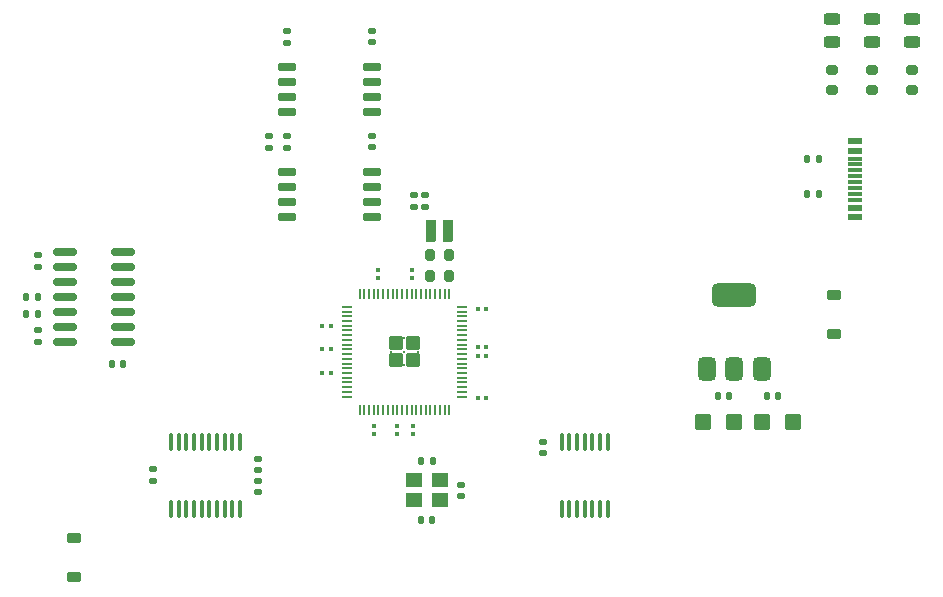
<source format=gbr>
%TF.GenerationSoftware,KiCad,Pcbnew,8.0.5*%
%TF.CreationDate,2024-10-26T01:08:05+02:00*%
%TF.ProjectId,Pico2-MSX,5069636f-322d-44d5-9358-2e6b69636164,0.3*%
%TF.SameCoordinates,Original*%
%TF.FileFunction,Paste,Top*%
%TF.FilePolarity,Positive*%
%FSLAX46Y46*%
G04 Gerber Fmt 4.6, Leading zero omitted, Abs format (unit mm)*
G04 Created by KiCad (PCBNEW 8.0.5) date 2024-10-26 01:08:05*
%MOMM*%
%LPD*%
G01*
G04 APERTURE LIST*
G04 Aperture macros list*
%AMRoundRect*
0 Rectangle with rounded corners*
0 $1 Rounding radius*
0 $2 $3 $4 $5 $6 $7 $8 $9 X,Y pos of 4 corners*
0 Add a 4 corners polygon primitive as box body*
4,1,4,$2,$3,$4,$5,$6,$7,$8,$9,$2,$3,0*
0 Add four circle primitives for the rounded corners*
1,1,$1+$1,$2,$3*
1,1,$1+$1,$4,$5*
1,1,$1+$1,$6,$7*
1,1,$1+$1,$8,$9*
0 Add four rect primitives between the rounded corners*
20,1,$1+$1,$2,$3,$4,$5,0*
20,1,$1+$1,$4,$5,$6,$7,0*
20,1,$1+$1,$6,$7,$8,$9,0*
20,1,$1+$1,$8,$9,$2,$3,0*%
G04 Aperture macros list end*
%ADD10RoundRect,0.079500X-0.100500X0.079500X-0.100500X-0.079500X0.100500X-0.079500X0.100500X0.079500X0*%
%ADD11R,1.240000X0.600000*%
%ADD12R,1.240000X0.300000*%
%ADD13RoundRect,0.135000X0.135000X0.185000X-0.135000X0.185000X-0.135000X-0.185000X0.135000X-0.185000X0*%
%ADD14RoundRect,0.150000X-0.650000X-0.150000X0.650000X-0.150000X0.650000X0.150000X-0.650000X0.150000X0*%
%ADD15RoundRect,0.100000X-0.100000X0.637500X-0.100000X-0.637500X0.100000X-0.637500X0.100000X0.637500X0*%
%ADD16RoundRect,0.079500X0.079500X0.100500X-0.079500X0.100500X-0.079500X-0.100500X0.079500X-0.100500X0*%
%ADD17R,1.400000X1.200000*%
%ADD18RoundRect,0.140000X-0.140000X-0.170000X0.140000X-0.170000X0.140000X0.170000X-0.140000X0.170000X0*%
%ADD19RoundRect,0.135000X-0.185000X0.135000X-0.185000X-0.135000X0.185000X-0.135000X0.185000X0.135000X0*%
%ADD20RoundRect,0.243750X0.456250X-0.243750X0.456250X0.243750X-0.456250X0.243750X-0.456250X-0.243750X0*%
%ADD21RoundRect,0.200000X-0.275000X0.200000X-0.275000X-0.200000X0.275000X-0.200000X0.275000X0.200000X0*%
%ADD22RoundRect,0.250000X-0.350000X-0.350000X0.350000X-0.350000X0.350000X0.350000X-0.350000X0.350000X0*%
%ADD23RoundRect,0.055000X0.335000X-0.055000X0.335000X0.055000X-0.335000X0.055000X-0.335000X-0.055000X0*%
%ADD24RoundRect,0.055000X-0.055000X-0.335000X0.055000X-0.335000X0.055000X0.335000X-0.055000X0.335000X0*%
%ADD25R,0.133333X0.133333*%
%ADD26RoundRect,0.079500X-0.079500X-0.100500X0.079500X-0.100500X0.079500X0.100500X-0.079500X0.100500X0*%
%ADD27RoundRect,0.250000X-0.450000X-0.425000X0.450000X-0.425000X0.450000X0.425000X-0.450000X0.425000X0*%
%ADD28RoundRect,0.140000X0.170000X-0.140000X0.170000X0.140000X-0.170000X0.140000X-0.170000X-0.140000X0*%
%ADD29RoundRect,0.135000X0.185000X-0.135000X0.185000X0.135000X-0.185000X0.135000X-0.185000X-0.135000X0*%
%ADD30RoundRect,0.200000X-0.200000X-0.275000X0.200000X-0.275000X0.200000X0.275000X-0.200000X0.275000X0*%
%ADD31RoundRect,0.140000X0.140000X0.170000X-0.140000X0.170000X-0.140000X-0.170000X0.140000X-0.170000X0*%
%ADD32RoundRect,0.225000X0.375000X-0.225000X0.375000X0.225000X-0.375000X0.225000X-0.375000X-0.225000X0*%
%ADD33RoundRect,0.150000X0.825000X0.150000X-0.825000X0.150000X-0.825000X-0.150000X0.825000X-0.150000X0*%
%ADD34RoundRect,0.135000X-0.135000X-0.185000X0.135000X-0.185000X0.135000X0.185000X-0.135000X0.185000X0*%
%ADD35RoundRect,0.079500X0.100500X-0.079500X0.100500X0.079500X-0.100500X0.079500X-0.100500X-0.079500X0*%
%ADD36RoundRect,0.100000X0.100000X-0.637500X0.100000X0.637500X-0.100000X0.637500X-0.100000X-0.637500X0*%
%ADD37RoundRect,0.140000X-0.170000X0.140000X-0.170000X-0.140000X0.170000X-0.140000X0.170000X0.140000X0*%
%ADD38RoundRect,0.225000X-0.225000X-0.725000X0.225000X-0.725000X0.225000X0.725000X-0.225000X0.725000X0*%
%ADD39RoundRect,0.225000X-0.375000X0.225000X-0.375000X-0.225000X0.375000X-0.225000X0.375000X0.225000X0*%
%ADD40RoundRect,0.375000X0.375000X-0.625000X0.375000X0.625000X-0.375000X0.625000X-0.375000X-0.625000X0*%
%ADD41RoundRect,0.500000X1.400000X-0.500000X1.400000X0.500000X-1.400000X0.500000X-1.400000X-0.500000X0*%
%ADD42RoundRect,0.250000X0.450000X0.425000X-0.450000X0.425000X-0.450000X-0.425000X0.450000X-0.425000X0*%
G04 APERTURE END LIST*
D10*
%TO.C,C14*%
X157802500Y-97174000D03*
X157802500Y-97864000D03*
%TD*%
%TO.C,C10*%
X154512500Y-97174000D03*
X154512500Y-97864000D03*
%TD*%
D11*
%TO.C,J2*%
X195297500Y-79514000D03*
X195297500Y-78714000D03*
D12*
X195297500Y-77564000D03*
X195297500Y-76564000D03*
X195297500Y-76064000D03*
X195297500Y-75064000D03*
D11*
X195297500Y-73914000D03*
X195297500Y-73114000D03*
X195297500Y-73114000D03*
X195297500Y-73914000D03*
D12*
X195297500Y-74564000D03*
X195297500Y-75564000D03*
X195297500Y-77064000D03*
X195297500Y-78064000D03*
D11*
X195297500Y-78714000D03*
X195297500Y-79514000D03*
%TD*%
D13*
%TO.C,R12*%
X192230000Y-77564000D03*
X191210000Y-77564000D03*
%TD*%
D14*
%TO.C,U4*%
X147162500Y-75679000D03*
X147162500Y-76949000D03*
X147162500Y-78219000D03*
X147162500Y-79489000D03*
X154362500Y-79489000D03*
X154362500Y-78219000D03*
X154362500Y-76949000D03*
X154362500Y-75679000D03*
%TD*%
D15*
%TO.C,U2*%
X143202500Y-98529000D03*
X142552500Y-98529000D03*
X141902500Y-98529000D03*
X141252500Y-98529000D03*
X140602500Y-98529000D03*
X139952500Y-98529000D03*
X139302500Y-98529000D03*
X138652500Y-98529000D03*
X138002500Y-98529000D03*
X137352500Y-98529000D03*
X137352500Y-104254000D03*
X138002500Y-104254000D03*
X138652500Y-104254000D03*
X139302500Y-104254000D03*
X139952500Y-104254000D03*
X140602500Y-104254000D03*
X141252500Y-104254000D03*
X141902500Y-104254000D03*
X142552500Y-104254000D03*
X143202500Y-104254000D03*
%TD*%
D16*
%TO.C,C7*%
X150857500Y-92719000D03*
X150167500Y-92719000D03*
%TD*%
D13*
%TO.C,R11*%
X192230000Y-74567750D03*
X191210000Y-74567750D03*
%TD*%
%TO.C,R1*%
X126062500Y-86282500D03*
X125042500Y-86282500D03*
%TD*%
D17*
%TO.C,Y1*%
X157887500Y-103516500D03*
X160087500Y-103516500D03*
X160087500Y-101816500D03*
X157887500Y-101816500D03*
%TD*%
D18*
%TO.C,C15*%
X158507500Y-105166500D03*
X159467500Y-105166500D03*
%TD*%
D19*
%TO.C,R9*%
X158887500Y-78652750D03*
X158887500Y-77632750D03*
%TD*%
D20*
%TO.C,D2*%
X193312500Y-64656500D03*
X193312500Y-62781500D03*
%TD*%
D19*
%TO.C,R7*%
X147162500Y-72629000D03*
X147162500Y-73649000D03*
%TD*%
D21*
%TO.C,R15*%
X200112500Y-67094000D03*
X200112500Y-68744000D03*
%TD*%
D22*
%TO.C,U6*%
X156412500Y-90219000D03*
X156412500Y-91619000D03*
X157812500Y-90219000D03*
X157812500Y-91619000D03*
D23*
X152216000Y-87119000D03*
X152216000Y-87519000D03*
X152216000Y-87919000D03*
X152216000Y-88319000D03*
X152216000Y-88719000D03*
X152216000Y-89119000D03*
X152216000Y-89519000D03*
X152216000Y-89919000D03*
X152216000Y-90319000D03*
X152216000Y-90719000D03*
X152216000Y-91119000D03*
X152216000Y-91519000D03*
X152216000Y-91919000D03*
X152216000Y-92319000D03*
X152216000Y-92719000D03*
X152216000Y-93119000D03*
X152216000Y-93519000D03*
X152216000Y-93919000D03*
X152216000Y-94319000D03*
X152216000Y-94719000D03*
D24*
X153312500Y-95815500D03*
X153712500Y-95815500D03*
X154112500Y-95815500D03*
X154512500Y-95815500D03*
X154912500Y-95815500D03*
X155312500Y-95815500D03*
X155712500Y-95815500D03*
X156112500Y-95815500D03*
X156512500Y-95815500D03*
X156912500Y-95815500D03*
X157312500Y-95815500D03*
X157712500Y-95815500D03*
X158112500Y-95815500D03*
X158512500Y-95815500D03*
X158912500Y-95815500D03*
X159312500Y-95815500D03*
X159712500Y-95815500D03*
X160112500Y-95815500D03*
X160512500Y-95815500D03*
X160912500Y-95815500D03*
D23*
X162009000Y-94719000D03*
X162009000Y-94319000D03*
X162009000Y-93919000D03*
X162009000Y-93519000D03*
X162009000Y-93119000D03*
X162009000Y-92719000D03*
X162009000Y-92319000D03*
X162009000Y-91919000D03*
X162009000Y-91519000D03*
X162009000Y-91119000D03*
X162009000Y-90719000D03*
X162009000Y-90319000D03*
X162009000Y-89919000D03*
X162009000Y-89519000D03*
X162009000Y-89119000D03*
X162009000Y-88719000D03*
X162009000Y-88319000D03*
X162009000Y-87919000D03*
X162009000Y-87519000D03*
X162009000Y-87119000D03*
D24*
X160912500Y-86022500D03*
X160512500Y-86022500D03*
X160112500Y-86022500D03*
X159712500Y-86022500D03*
X159312500Y-86022500D03*
X158912500Y-86022500D03*
X158512500Y-86022500D03*
X158112500Y-86022500D03*
X157712500Y-86022500D03*
X157312500Y-86022500D03*
X156912500Y-86022500D03*
X156512500Y-86022500D03*
X156112500Y-86022500D03*
X155712500Y-86022500D03*
X155312500Y-86022500D03*
X154912500Y-86022500D03*
X154512500Y-86022500D03*
X154112500Y-86022500D03*
X153712500Y-86022500D03*
X153312500Y-86022500D03*
D25*
X155979167Y-89785667D03*
X155979167Y-90919000D03*
X155979167Y-92052333D03*
X157112500Y-89785667D03*
X157112500Y-90919000D03*
X157112500Y-92052333D03*
X158245833Y-89785667D03*
X158245833Y-90919000D03*
X158245833Y-92052333D03*
%TD*%
D26*
%TO.C,C22*%
X163367500Y-94809000D03*
X164057500Y-94809000D03*
%TD*%
D27*
%TO.C,C27*%
X187352500Y-96906500D03*
X190052500Y-96906500D03*
%TD*%
D28*
%TO.C,C9*%
X154362500Y-73619000D03*
X154362500Y-72659000D03*
%TD*%
D29*
%TO.C,R2*%
X126062500Y-83742500D03*
X126062500Y-82722500D03*
%TD*%
D19*
%TO.C,R4*%
X135832500Y-100881500D03*
X135832500Y-101901500D03*
%TD*%
D29*
%TO.C,R3*%
X126062500Y-90092500D03*
X126062500Y-89072500D03*
%TD*%
%TO.C,R5*%
X145682500Y-73649000D03*
X145682500Y-72629000D03*
%TD*%
D19*
%TO.C,R8*%
X157937500Y-78652750D03*
X157937500Y-77632750D03*
%TD*%
D30*
%TO.C,C16*%
X159312500Y-84525250D03*
X160912500Y-84525250D03*
%TD*%
D16*
%TO.C,C5*%
X150857500Y-88719000D03*
X150167500Y-88719000D03*
%TD*%
D31*
%TO.C,C25*%
X184582500Y-94631500D03*
X183622500Y-94631500D03*
%TD*%
D32*
%TO.C,D3*%
X193483750Y-89417500D03*
X193483750Y-86117500D03*
%TD*%
D30*
%TO.C,C17*%
X159312500Y-82769000D03*
X160912500Y-82769000D03*
%TD*%
D33*
%TO.C,U1*%
X133300000Y-90092500D03*
X133300000Y-88822500D03*
X133300000Y-87552500D03*
X133300000Y-86282500D03*
X133300000Y-85012500D03*
X133300000Y-83742500D03*
X133300000Y-82472500D03*
X128350000Y-82472500D03*
X128350000Y-83742500D03*
X128350000Y-85012500D03*
X128350000Y-86282500D03*
X128350000Y-87552500D03*
X128350000Y-88822500D03*
X128350000Y-90092500D03*
%TD*%
D34*
%TO.C,R10*%
X158477500Y-100166500D03*
X159497500Y-100166500D03*
%TD*%
D28*
%TO.C,C4*%
X144730000Y-102829000D03*
X144730000Y-101869000D03*
%TD*%
D35*
%TO.C,C13*%
X157712500Y-84664000D03*
X157712500Y-83974000D03*
%TD*%
D21*
%TO.C,R13*%
X193312500Y-67094000D03*
X193312500Y-68744000D03*
%TD*%
D31*
%TO.C,C2*%
X133300000Y-91997500D03*
X132340000Y-91997500D03*
%TD*%
D36*
%TO.C,U7*%
X170432500Y-104260000D03*
X171082500Y-104260000D03*
X171732500Y-104260000D03*
X172382500Y-104260000D03*
X173032500Y-104260000D03*
X173682500Y-104260000D03*
X174332500Y-104260000D03*
X174332500Y-98535000D03*
X173682500Y-98535000D03*
X173032500Y-98535000D03*
X172382500Y-98535000D03*
X171732500Y-98535000D03*
X171082500Y-98535000D03*
X170432500Y-98535000D03*
%TD*%
D37*
%TO.C,C3*%
X144730000Y-99964000D03*
X144730000Y-100924000D03*
%TD*%
D28*
%TO.C,C8*%
X154362500Y-64729000D03*
X154362500Y-63769000D03*
%TD*%
D37*
%TO.C,C18*%
X161887500Y-102186500D03*
X161887500Y-103146500D03*
%TD*%
D21*
%TO.C,R14*%
X196712500Y-67094000D03*
X196712500Y-68744000D03*
%TD*%
D38*
%TO.C,L1*%
X159362500Y-80719000D03*
X160762500Y-80719000D03*
%TD*%
D26*
%TO.C,C19*%
X163367500Y-87294000D03*
X164057500Y-87294000D03*
%TD*%
D16*
%TO.C,C6*%
X150857500Y-90719000D03*
X150167500Y-90719000D03*
%TD*%
D35*
%TO.C,C11*%
X154912500Y-84664000D03*
X154912500Y-83974000D03*
%TD*%
D37*
%TO.C,C23*%
X168860000Y-98535000D03*
X168860000Y-99495000D03*
%TD*%
D10*
%TO.C,C12*%
X156512500Y-97174000D03*
X156512500Y-97864000D03*
%TD*%
D20*
%TO.C,D4*%
X196712500Y-64656500D03*
X196712500Y-62781500D03*
%TD*%
D39*
%TO.C,D1*%
X129172500Y-106732500D03*
X129172500Y-110032500D03*
%TD*%
D31*
%TO.C,C1*%
X126062500Y-87711250D03*
X125102500Y-87711250D03*
%TD*%
D18*
%TO.C,C26*%
X187822500Y-94631500D03*
X188782500Y-94631500D03*
%TD*%
D20*
%TO.C,D5*%
X200112500Y-64656500D03*
X200112500Y-62781500D03*
%TD*%
D26*
%TO.C,C21*%
X163367500Y-91294000D03*
X164057500Y-91294000D03*
%TD*%
D40*
%TO.C,U8*%
X182752500Y-92419000D03*
X185052500Y-92419000D03*
D41*
X185052500Y-86119000D03*
D40*
X187352500Y-92419000D03*
%TD*%
D42*
%TO.C,C24*%
X185052500Y-96906500D03*
X182352500Y-96906500D03*
%TD*%
D19*
%TO.C,R6*%
X147162500Y-63739000D03*
X147162500Y-64759000D03*
%TD*%
D14*
%TO.C,U3*%
X147162500Y-66789000D03*
X147162500Y-68059000D03*
X147162500Y-69329000D03*
X147162500Y-70599000D03*
X154362500Y-70599000D03*
X154362500Y-69329000D03*
X154362500Y-68059000D03*
X154362500Y-66789000D03*
%TD*%
D26*
%TO.C,C20*%
X163367500Y-90544000D03*
X164057500Y-90544000D03*
%TD*%
M02*

</source>
